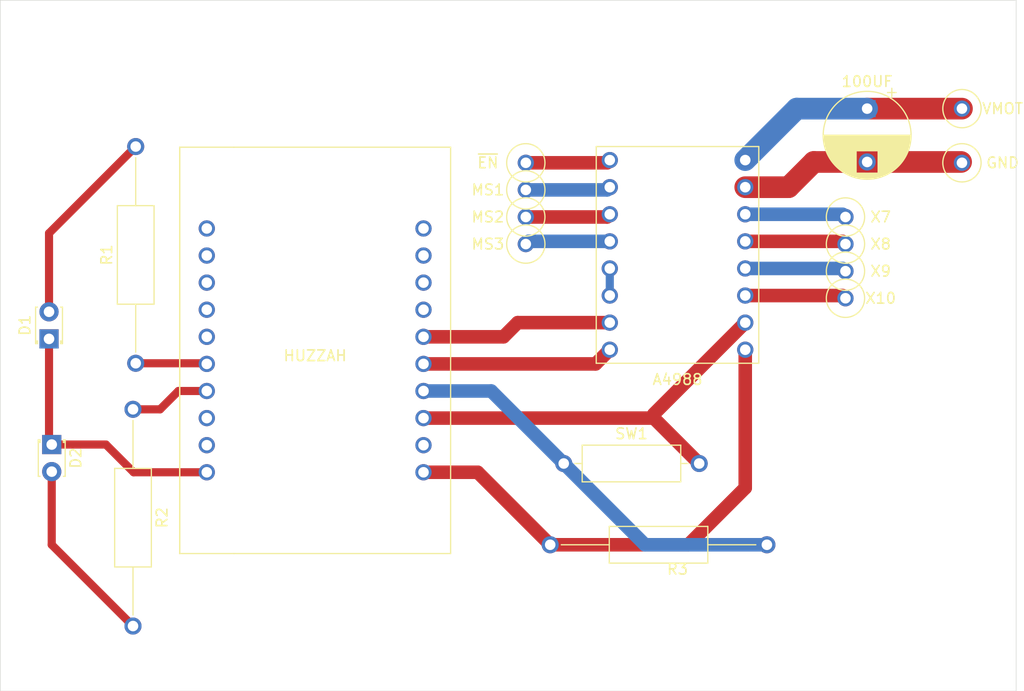
<source format=kicad_pcb>
(kicad_pcb (version 20171130) (host pcbnew "(5.1.10)-1")

  (general
    (thickness 1.6)
    (drawings 4)
    (tracks 59)
    (zones 0)
    (modules 19)
    (nets 34)
  )

  (page A4)
  (layers
    (0 F.Cu signal)
    (31 B.Cu signal)
    (32 B.Adhes user)
    (33 F.Adhes user)
    (34 B.Paste user)
    (35 F.Paste user)
    (36 B.SilkS user)
    (37 F.SilkS user)
    (38 B.Mask user)
    (39 F.Mask user)
    (40 Dwgs.User user)
    (41 Cmts.User user)
    (42 Eco1.User user)
    (43 Eco2.User user)
    (44 Edge.Cuts user)
    (45 Margin user)
    (46 B.CrtYd user)
    (47 F.CrtYd user)
    (48 B.Fab user)
    (49 F.Fab user)
  )

  (setup
    (last_trace_width 0.762)
    (user_trace_width 0.762)
    (trace_clearance 0.3048)
    (zone_clearance 0.508)
    (zone_45_only no)
    (trace_min 0.3048)
    (via_size 0.8)
    (via_drill 0.4)
    (via_min_size 0.4)
    (via_min_drill 0.3)
    (uvia_size 0.3)
    (uvia_drill 0.1)
    (uvias_allowed no)
    (uvia_min_size 0.2)
    (uvia_min_drill 0.1)
    (edge_width 0.05)
    (segment_width 0.2)
    (pcb_text_width 0.3)
    (pcb_text_size 1.5 1.5)
    (mod_edge_width 0.12)
    (mod_text_size 1 1)
    (mod_text_width 0.15)
    (pad_size 1.6 1.6)
    (pad_drill 0.9906)
    (pad_to_mask_clearance 0)
    (aux_axis_origin 0 0)
    (visible_elements FFFFFF7F)
    (pcbplotparams
      (layerselection 0x010fc_ffffffff)
      (usegerberextensions true)
      (usegerberattributes false)
      (usegerberadvancedattributes false)
      (creategerberjobfile false)
      (excludeedgelayer true)
      (linewidth 0.100000)
      (plotframeref false)
      (viasonmask false)
      (mode 1)
      (useauxorigin false)
      (hpglpennumber 1)
      (hpglpenspeed 20)
      (hpglpendiameter 15.000000)
      (psnegative false)
      (psa4output false)
      (plotreference true)
      (plotvalue true)
      (plotinvisibletext false)
      (padsonsilk false)
      (subtractmaskfromsilk false)
      (outputformat 1)
      (mirror false)
      (drillshape 0)
      (scaleselection 1)
      (outputdirectory ""))
  )

  (net 0 "")
  (net 1 "Net-(C1-Pad1)")
  (net 2 "Net-(C1-Pad2)")
  (net 3 "Net-(D1-Pad2)")
  (net 4 "Net-(D1-Pad1)")
  (net 5 "Net-(D2-Pad2)")
  (net 6 "Net-(R1-Pad1)")
  (net 7 "Net-(R2-Pad1)")
  (net 8 "Net-(R3-Pad1)")
  (net 9 "Net-(R3-Pad2)")
  (net 10 "Net-(SW1-Pad1)")
  (net 11 "Net-(U1-Pad1)")
  (net 12 "Net-(U1-Pad2)")
  (net 13 "Net-(U1-Pad3)")
  (net 14 "Net-(U1-Pad4)")
  (net 15 "Net-(U1-Pad5)")
  (net 16 "Net-(U1-Pad7)")
  (net 17 "Net-(U1-Pad8)")
  (net 18 "Net-(U1-Pad11)")
  (net 19 "Net-(U1-Pad12)")
  (net 20 "Net-(U1-Pad13)")
  (net 21 "Net-(U1-Pad14)")
  (net 22 "Net-(u1-Pad1)")
  (net 23 "Net-(u1-Pad2)")
  (net 24 "Net-(u1-Pad3)")
  (net 25 "Net-(u1-Pad4)")
  (net 26 "Net-(u1-Pad5)")
  (net 27 "Net-(u1-Pad8)")
  (net 28 "Net-(u1-Pad9)")
  (net 29 "Net-(u1-Pad18)")
  (net 30 "Net-(u1-Pad20)")
  (net 31 "Net-(u1-Pad19)")
  (net 32 "Net-(u1-Pad17)")
  (net 33 "Net-(u1-Pad12)")

  (net_class Default "This is the default net class."
    (clearance 0.3048)
    (trace_width 0.762)
    (via_dia 0.8)
    (via_drill 0.4)
    (uvia_dia 0.3)
    (uvia_drill 0.1)
    (add_net "Net-(C1-Pad1)")
    (add_net "Net-(C1-Pad2)")
    (add_net "Net-(D1-Pad1)")
    (add_net "Net-(D1-Pad2)")
    (add_net "Net-(D2-Pad2)")
    (add_net "Net-(R1-Pad1)")
    (add_net "Net-(R2-Pad1)")
    (add_net "Net-(R3-Pad1)")
    (add_net "Net-(R3-Pad2)")
    (add_net "Net-(SW1-Pad1)")
    (add_net "Net-(U1-Pad1)")
    (add_net "Net-(U1-Pad11)")
    (add_net "Net-(U1-Pad12)")
    (add_net "Net-(U1-Pad13)")
    (add_net "Net-(U1-Pad14)")
    (add_net "Net-(U1-Pad2)")
    (add_net "Net-(U1-Pad3)")
    (add_net "Net-(U1-Pad4)")
    (add_net "Net-(U1-Pad5)")
    (add_net "Net-(U1-Pad7)")
    (add_net "Net-(U1-Pad8)")
    (add_net "Net-(u1-Pad1)")
    (add_net "Net-(u1-Pad12)")
    (add_net "Net-(u1-Pad17)")
    (add_net "Net-(u1-Pad18)")
    (add_net "Net-(u1-Pad19)")
    (add_net "Net-(u1-Pad2)")
    (add_net "Net-(u1-Pad20)")
    (add_net "Net-(u1-Pad3)")
    (add_net "Net-(u1-Pad4)")
    (add_net "Net-(u1-Pad5)")
    (add_net "Net-(u1-Pad8)")
    (add_net "Net-(u1-Pad9)")
  )

  (module Capacitor_THT:CP_Radial_D8.0mm_P5.00mm (layer F.Cu) (tedit 6189DA09) (tstamp 618A019D)
    (at 176.53 68.58 270)
    (descr "CP, Radial series, Radial, pin pitch=5.00mm, , diameter=8mm, Electrolytic Capacitor")
    (tags "CP Radial series Radial pin pitch 5.00mm  diameter 8mm Electrolytic Capacitor")
    (path /618BE81B)
    (fp_text reference 100UF (at -2.54 0 180) (layer F.SilkS)
      (effects (font (size 1 1) (thickness 0.15)))
    )
    (fp_text value CP (at 2.5 5.25 90) (layer F.Fab)
      (effects (font (size 1 1) (thickness 0.15)))
    )
    (fp_line (start -1.509698 -2.715) (end -1.509698 -1.915) (layer F.SilkS) (width 0.12))
    (fp_line (start -1.909698 -2.315) (end -1.109698 -2.315) (layer F.SilkS) (width 0.12))
    (fp_line (start 6.581 -0.533) (end 6.581 0.533) (layer F.SilkS) (width 0.12))
    (fp_line (start 6.541 -0.768) (end 6.541 0.768) (layer F.SilkS) (width 0.12))
    (fp_line (start 6.501 -0.948) (end 6.501 0.948) (layer F.SilkS) (width 0.12))
    (fp_line (start 6.461 -1.098) (end 6.461 1.098) (layer F.SilkS) (width 0.12))
    (fp_line (start 6.421 -1.229) (end 6.421 1.229) (layer F.SilkS) (width 0.12))
    (fp_line (start 6.381 -1.346) (end 6.381 1.346) (layer F.SilkS) (width 0.12))
    (fp_line (start 6.341 -1.453) (end 6.341 1.453) (layer F.SilkS) (width 0.12))
    (fp_line (start 6.301 -1.552) (end 6.301 1.552) (layer F.SilkS) (width 0.12))
    (fp_line (start 6.261 -1.645) (end 6.261 1.645) (layer F.SilkS) (width 0.12))
    (fp_line (start 6.221 -1.731) (end 6.221 1.731) (layer F.SilkS) (width 0.12))
    (fp_line (start 6.181 -1.813) (end 6.181 1.813) (layer F.SilkS) (width 0.12))
    (fp_line (start 6.141 -1.89) (end 6.141 1.89) (layer F.SilkS) (width 0.12))
    (fp_line (start 6.101 -1.964) (end 6.101 1.964) (layer F.SilkS) (width 0.12))
    (fp_line (start 6.061 -2.034) (end 6.061 2.034) (layer F.SilkS) (width 0.12))
    (fp_line (start 6.021 1.04) (end 6.021 2.102) (layer F.SilkS) (width 0.12))
    (fp_line (start 6.021 -2.102) (end 6.021 -1.04) (layer F.SilkS) (width 0.12))
    (fp_line (start 5.981 1.04) (end 5.981 2.166) (layer F.SilkS) (width 0.12))
    (fp_line (start 5.981 -2.166) (end 5.981 -1.04) (layer F.SilkS) (width 0.12))
    (fp_line (start 5.941 1.04) (end 5.941 2.228) (layer F.SilkS) (width 0.12))
    (fp_line (start 5.941 -2.228) (end 5.941 -1.04) (layer F.SilkS) (width 0.12))
    (fp_line (start 5.901 1.04) (end 5.901 2.287) (layer F.SilkS) (width 0.12))
    (fp_line (start 5.901 -2.287) (end 5.901 -1.04) (layer F.SilkS) (width 0.12))
    (fp_line (start 5.861 1.04) (end 5.861 2.345) (layer F.SilkS) (width 0.12))
    (fp_line (start 5.861 -2.345) (end 5.861 -1.04) (layer F.SilkS) (width 0.12))
    (fp_line (start 5.821 1.04) (end 5.821 2.4) (layer F.SilkS) (width 0.12))
    (fp_line (start 5.821 -2.4) (end 5.821 -1.04) (layer F.SilkS) (width 0.12))
    (fp_line (start 5.781 1.04) (end 5.781 2.454) (layer F.SilkS) (width 0.12))
    (fp_line (start 5.781 -2.454) (end 5.781 -1.04) (layer F.SilkS) (width 0.12))
    (fp_line (start 5.741 1.04) (end 5.741 2.505) (layer F.SilkS) (width 0.12))
    (fp_line (start 5.741 -2.505) (end 5.741 -1.04) (layer F.SilkS) (width 0.12))
    (fp_line (start 5.701 1.04) (end 5.701 2.556) (layer F.SilkS) (width 0.12))
    (fp_line (start 5.701 -2.556) (end 5.701 -1.04) (layer F.SilkS) (width 0.12))
    (fp_line (start 5.661 1.04) (end 5.661 2.604) (layer F.SilkS) (width 0.12))
    (fp_line (start 5.661 -2.604) (end 5.661 -1.04) (layer F.SilkS) (width 0.12))
    (fp_line (start 5.621 1.04) (end 5.621 2.651) (layer F.SilkS) (width 0.12))
    (fp_line (start 5.621 -2.651) (end 5.621 -1.04) (layer F.SilkS) (width 0.12))
    (fp_line (start 5.581 1.04) (end 5.581 2.697) (layer F.SilkS) (width 0.12))
    (fp_line (start 5.581 -2.697) (end 5.581 -1.04) (layer F.SilkS) (width 0.12))
    (fp_line (start 5.541 1.04) (end 5.541 2.741) (layer F.SilkS) (width 0.12))
    (fp_line (start 5.541 -2.741) (end 5.541 -1.04) (layer F.SilkS) (width 0.12))
    (fp_line (start 5.501 1.04) (end 5.501 2.784) (layer F.SilkS) (width 0.12))
    (fp_line (start 5.501 -2.784) (end 5.501 -1.04) (layer F.SilkS) (width 0.12))
    (fp_line (start 5.461 1.04) (end 5.461 2.826) (layer F.SilkS) (width 0.12))
    (fp_line (start 5.461 -2.826) (end 5.461 -1.04) (layer F.SilkS) (width 0.12))
    (fp_line (start 5.421 1.04) (end 5.421 2.867) (layer F.SilkS) (width 0.12))
    (fp_line (start 5.421 -2.867) (end 5.421 -1.04) (layer F.SilkS) (width 0.12))
    (fp_line (start 5.381 1.04) (end 5.381 2.907) (layer F.SilkS) (width 0.12))
    (fp_line (start 5.381 -2.907) (end 5.381 -1.04) (layer F.SilkS) (width 0.12))
    (fp_line (start 5.341 1.04) (end 5.341 2.945) (layer F.SilkS) (width 0.12))
    (fp_line (start 5.341 -2.945) (end 5.341 -1.04) (layer F.SilkS) (width 0.12))
    (fp_line (start 5.301 1.04) (end 5.301 2.983) (layer F.SilkS) (width 0.12))
    (fp_line (start 5.301 -2.983) (end 5.301 -1.04) (layer F.SilkS) (width 0.12))
    (fp_line (start 5.261 1.04) (end 5.261 3.019) (layer F.SilkS) (width 0.12))
    (fp_line (start 5.261 -3.019) (end 5.261 -1.04) (layer F.SilkS) (width 0.12))
    (fp_line (start 5.221 1.04) (end 5.221 3.055) (layer F.SilkS) (width 0.12))
    (fp_line (start 5.221 -3.055) (end 5.221 -1.04) (layer F.SilkS) (width 0.12))
    (fp_line (start 5.181 1.04) (end 5.181 3.09) (layer F.SilkS) (width 0.12))
    (fp_line (start 5.181 -3.09) (end 5.181 -1.04) (layer F.SilkS) (width 0.12))
    (fp_line (start 5.141 1.04) (end 5.141 3.124) (layer F.SilkS) (width 0.12))
    (fp_line (start 5.141 -3.124) (end 5.141 -1.04) (layer F.SilkS) (width 0.12))
    (fp_line (start 5.101 1.04) (end 5.101 3.156) (layer F.SilkS) (width 0.12))
    (fp_line (start 5.101 -3.156) (end 5.101 -1.04) (layer F.SilkS) (width 0.12))
    (fp_line (start 5.061 1.04) (end 5.061 3.189) (layer F.SilkS) (width 0.12))
    (fp_line (start 5.061 -3.189) (end 5.061 -1.04) (layer F.SilkS) (width 0.12))
    (fp_line (start 5.021 1.04) (end 5.021 3.22) (layer F.SilkS) (width 0.12))
    (fp_line (start 5.021 -3.22) (end 5.021 -1.04) (layer F.SilkS) (width 0.12))
    (fp_line (start 4.981 1.04) (end 4.981 3.25) (layer F.SilkS) (width 0.12))
    (fp_line (start 4.981 -3.25) (end 4.981 -1.04) (layer F.SilkS) (width 0.12))
    (fp_line (start 4.941 1.04) (end 4.941 3.28) (layer F.SilkS) (width 0.12))
    (fp_line (start 4.941 -3.28) (end 4.941 -1.04) (layer F.SilkS) (width 0.12))
    (fp_line (start 4.901 1.04) (end 4.901 3.309) (layer F.SilkS) (width 0.12))
    (fp_line (start 4.901 -3.309) (end 4.901 -1.04) (layer F.SilkS) (width 0.12))
    (fp_line (start 4.861 1.04) (end 4.861 3.338) (layer F.SilkS) (width 0.12))
    (fp_line (start 4.861 -3.338) (end 4.861 -1.04) (layer F.SilkS) (width 0.12))
    (fp_line (start 4.821 1.04) (end 4.821 3.365) (layer F.SilkS) (width 0.12))
    (fp_line (start 4.821 -3.365) (end 4.821 -1.04) (layer F.SilkS) (width 0.12))
    (fp_line (start 4.781 1.04) (end 4.781 3.392) (layer F.SilkS) (width 0.12))
    (fp_line (start 4.781 -3.392) (end 4.781 -1.04) (layer F.SilkS) (width 0.12))
    (fp_line (start 4.741 1.04) (end 4.741 3.418) (layer F.SilkS) (width 0.12))
    (fp_line (start 4.741 -3.418) (end 4.741 -1.04) (layer F.SilkS) (width 0.12))
    (fp_line (start 4.701 1.04) (end 4.701 3.444) (layer F.SilkS) (width 0.12))
    (fp_line (start 4.701 -3.444) (end 4.701 -1.04) (layer F.SilkS) (width 0.12))
    (fp_line (start 4.661 1.04) (end 4.661 3.469) (layer F.SilkS) (width 0.12))
    (fp_line (start 4.661 -3.469) (end 4.661 -1.04) (layer F.SilkS) (width 0.12))
    (fp_line (start 4.621 1.04) (end 4.621 3.493) (layer F.SilkS) (width 0.12))
    (fp_line (start 4.621 -3.493) (end 4.621 -1.04) (layer F.SilkS) (width 0.12))
    (fp_line (start 4.581 1.04) (end 4.581 3.517) (layer F.SilkS) (width 0.12))
    (fp_line (start 4.581 -3.517) (end 4.581 -1.04) (layer F.SilkS) (width 0.12))
    (fp_line (start 4.541 1.04) (end 4.541 3.54) (layer F.SilkS) (width 0.12))
    (fp_line (start 4.541 -3.54) (end 4.541 -1.04) (layer F.SilkS) (width 0.12))
    (fp_line (start 4.501 1.04) (end 4.501 3.562) (layer F.SilkS) (width 0.12))
    (fp_line (start 4.501 -3.562) (end 4.501 -1.04) (layer F.SilkS) (width 0.12))
    (fp_line (start 4.461 1.04) (end 4.461 3.584) (layer F.SilkS) (width 0.12))
    (fp_line (start 4.461 -3.584) (end 4.461 -1.04) (layer F.SilkS) (width 0.12))
    (fp_line (start 4.421 1.04) (end 4.421 3.606) (layer F.SilkS) (width 0.12))
    (fp_line (start 4.421 -3.606) (end 4.421 -1.04) (layer F.SilkS) (width 0.12))
    (fp_line (start 4.381 1.04) (end 4.381 3.627) (layer F.SilkS) (width 0.12))
    (fp_line (start 4.381 -3.627) (end 4.381 -1.04) (layer F.SilkS) (width 0.12))
    (fp_line (start 4.341 1.04) (end 4.341 3.647) (layer F.SilkS) (width 0.12))
    (fp_line (start 4.341 -3.647) (end 4.341 -1.04) (layer F.SilkS) (width 0.12))
    (fp_line (start 4.301 1.04) (end 4.301 3.666) (layer F.SilkS) (width 0.12))
    (fp_line (start 4.301 -3.666) (end 4.301 -1.04) (layer F.SilkS) (width 0.12))
    (fp_line (start 4.261 1.04) (end 4.261 3.686) (layer F.SilkS) (width 0.12))
    (fp_line (start 4.261 -3.686) (end 4.261 -1.04) (layer F.SilkS) (width 0.12))
    (fp_line (start 4.221 1.04) (end 4.221 3.704) (layer F.SilkS) (width 0.12))
    (fp_line (start 4.221 -3.704) (end 4.221 -1.04) (layer F.SilkS) (width 0.12))
    (fp_line (start 4.181 1.04) (end 4.181 3.722) (layer F.SilkS) (width 0.12))
    (fp_line (start 4.181 -3.722) (end 4.181 -1.04) (layer F.SilkS) (width 0.12))
    (fp_line (start 4.141 1.04) (end 4.141 3.74) (layer F.SilkS) (width 0.12))
    (fp_line (start 4.141 -3.74) (end 4.141 -1.04) (layer F.SilkS) (width 0.12))
    (fp_line (start 4.101 1.04) (end 4.101 3.757) (layer F.SilkS) (width 0.12))
    (fp_line (start 4.101 -3.757) (end 4.101 -1.04) (layer F.SilkS) (width 0.12))
    (fp_line (start 4.061 1.04) (end 4.061 3.774) (layer F.SilkS) (width 0.12))
    (fp_line (start 4.061 -3.774) (end 4.061 -1.04) (layer F.SilkS) (width 0.12))
    (fp_line (start 4.021 1.04) (end 4.021 3.79) (layer F.SilkS) (width 0.12))
    (fp_line (start 4.021 -3.79) (end 4.021 -1.04) (layer F.SilkS) (width 0.12))
    (fp_line (start 3.981 1.04) (end 3.981 3.805) (layer F.SilkS) (width 0.12))
    (fp_line (start 3.981 -3.805) (end 3.981 -1.04) (layer F.SilkS) (width 0.12))
    (fp_line (start 3.941 -3.821) (end 3.941 3.821) (layer F.SilkS) (width 0.12))
    (fp_line (start 3.901 -3.835) (end 3.901 3.835) (layer F.SilkS) (width 0.12))
    (fp_line (start 3.861 -3.85) (end 3.861 3.85) (layer F.SilkS) (width 0.12))
    (fp_line (start 3.821 -3.863) (end 3.821 3.863) (layer F.SilkS) (width 0.12))
    (fp_line (start 3.781 -3.877) (end 3.781 3.877) (layer F.SilkS) (width 0.12))
    (fp_line (start 3.741 -3.889) (end 3.741 3.889) (layer F.SilkS) (width 0.12))
    (fp_line (start 3.701 -3.902) (end 3.701 3.902) (layer F.SilkS) (width 0.12))
    (fp_line (start 3.661 -3.914) (end 3.661 3.914) (layer F.SilkS) (width 0.12))
    (fp_line (start 3.621 -3.925) (end 3.621 3.925) (layer F.SilkS) (width 0.12))
    (fp_line (start 3.581 -3.936) (end 3.581 3.936) (layer F.SilkS) (width 0.12))
    (fp_line (start 3.541 -3.947) (end 3.541 3.947) (layer F.SilkS) (width 0.12))
    (fp_line (start 3.501 -3.957) (end 3.501 3.957) (layer F.SilkS) (width 0.12))
    (fp_line (start 3.461 -3.967) (end 3.461 3.967) (layer F.SilkS) (width 0.12))
    (fp_line (start 3.421 -3.976) (end 3.421 3.976) (layer F.SilkS) (width 0.12))
    (fp_line (start 3.381 -3.985) (end 3.381 3.985) (layer F.SilkS) (width 0.12))
    (fp_line (start 3.341 -3.994) (end 3.341 3.994) (layer F.SilkS) (width 0.12))
    (fp_line (start 3.301 -4.002) (end 3.301 4.002) (layer F.SilkS) (width 0.12))
    (fp_line (start 3.261 -4.01) (end 3.261 4.01) (layer F.SilkS) (width 0.12))
    (fp_line (start 3.221 -4.017) (end 3.221 4.017) (layer F.SilkS) (width 0.12))
    (fp_line (start 3.18 -4.024) (end 3.18 4.024) (layer F.SilkS) (width 0.12))
    (fp_line (start 3.14 -4.03) (end 3.14 4.03) (layer F.SilkS) (width 0.12))
    (fp_line (start 3.1 -4.037) (end 3.1 4.037) (layer F.SilkS) (width 0.12))
    (fp_line (start 3.06 -4.042) (end 3.06 4.042) (layer F.SilkS) (width 0.12))
    (fp_line (start 3.02 -4.048) (end 3.02 4.048) (layer F.SilkS) (width 0.12))
    (fp_line (start 2.98 -4.052) (end 2.98 4.052) (layer F.SilkS) (width 0.12))
    (fp_line (start 2.94 -4.057) (end 2.94 4.057) (layer F.SilkS) (width 0.12))
    (fp_line (start 2.9 -4.061) (end 2.9 4.061) (layer F.SilkS) (width 0.12))
    (fp_line (start 2.86 -4.065) (end 2.86 4.065) (layer F.SilkS) (width 0.12))
    (fp_line (start 2.82 -4.068) (end 2.82 4.068) (layer F.SilkS) (width 0.12))
    (fp_line (start 2.78 -4.071) (end 2.78 4.071) (layer F.SilkS) (width 0.12))
    (fp_line (start 2.74 -4.074) (end 2.74 4.074) (layer F.SilkS) (width 0.12))
    (fp_line (start 2.7 -4.076) (end 2.7 4.076) (layer F.SilkS) (width 0.12))
    (fp_line (start 2.66 -4.077) (end 2.66 4.077) (layer F.SilkS) (width 0.12))
    (fp_line (start 2.62 -4.079) (end 2.62 4.079) (layer F.SilkS) (width 0.12))
    (fp_line (start 2.58 -4.08) (end 2.58 4.08) (layer F.SilkS) (width 0.12))
    (fp_line (start 2.54 -4.08) (end 2.54 4.08) (layer F.SilkS) (width 0.12))
    (fp_line (start 2.5 -4.08) (end 2.5 4.08) (layer F.SilkS) (width 0.12))
    (fp_line (start -0.526759 -2.1475) (end -0.526759 -1.3475) (layer F.Fab) (width 0.1))
    (fp_line (start -0.926759 -1.7475) (end -0.126759 -1.7475) (layer F.Fab) (width 0.1))
    (fp_circle (center 2.5 0) (end 6.75 0) (layer F.CrtYd) (width 0.05))
    (fp_circle (center 2.5 0) (end 6.62 0) (layer F.SilkS) (width 0.12))
    (fp_circle (center 2.5 0) (end 6.5 0) (layer F.Fab) (width 0.1))
    (fp_text user %R (at 2.5 0 90) (layer F.Fab)
      (effects (font (size 1 1) (thickness 0.15)))
    )
    (pad 1 thru_hole rect (at 0 0 270) (size 1.6 1.6) (drill 0.9906) (layers *.Cu *.Mask)
      (net 1 "Net-(C1-Pad1)"))
    (pad 2 thru_hole circle (at 5 0 270) (size 1.6 1.6) (drill 0.9906) (layers *.Cu *.Mask)
      (net 2 "Net-(C1-Pad2)"))
    (model ${KISYS3DMOD}/Capacitor_THT.3dshapes/CP_Radial_D8.0mm_P5.00mm.wrl
      (at (xyz 0 0 0))
      (scale (xyz 1 1 1))
      (rotate (xyz 0 0 0))
    )
  )

  (module LED_THT:LED_D1.8mm_W3.3mm_H2.4mm (layer F.Cu) (tedit 6189DA2F) (tstamp 618A01B6)
    (at 99.822 90.17 90)
    (descr "LED, Round,  Rectangular size 3.3x2.4mm^2 diameter 1.8mm, 2 pins")
    (tags "LED Round  Rectangular size 3.3x2.4mm^2 diameter 1.8mm 2 pins")
    (path /618AC522)
    (fp_text reference D1 (at 1.27 -2.26 90) (layer F.SilkS)
      (effects (font (size 1 1) (thickness 0.15)))
    )
    (fp_text value LED (at 1.27 2.26 90) (layer F.Fab)
      (effects (font (size 1 1) (thickness 0.15)))
    )
    (fp_circle (center 1.27 0) (end 2.17 0) (layer F.Fab) (width 0.1))
    (fp_line (start -0.38 -1.2) (end -0.38 1.2) (layer F.Fab) (width 0.1))
    (fp_line (start -0.38 1.2) (end 2.92 1.2) (layer F.Fab) (width 0.1))
    (fp_line (start 2.92 1.2) (end 2.92 -1.2) (layer F.Fab) (width 0.1))
    (fp_line (start 2.92 -1.2) (end -0.38 -1.2) (layer F.Fab) (width 0.1))
    (fp_line (start -0.44 -1.26) (end 2.98 -1.26) (layer F.SilkS) (width 0.12))
    (fp_line (start -0.44 1.26) (end 2.98 1.26) (layer F.SilkS) (width 0.12))
    (fp_line (start -0.44 -1.26) (end -0.44 -1.08) (layer F.SilkS) (width 0.12))
    (fp_line (start -0.44 1.08) (end -0.44 1.26) (layer F.SilkS) (width 0.12))
    (fp_line (start 2.98 -1.26) (end 2.98 -1.095) (layer F.SilkS) (width 0.12))
    (fp_line (start 2.98 1.095) (end 2.98 1.26) (layer F.SilkS) (width 0.12))
    (fp_line (start -0.32 -1.26) (end -0.32 -1.08) (layer F.SilkS) (width 0.12))
    (fp_line (start -0.32 1.08) (end -0.32 1.26) (layer F.SilkS) (width 0.12))
    (fp_line (start -0.2 -1.26) (end -0.2 -1.08) (layer F.SilkS) (width 0.12))
    (fp_line (start -0.2 1.08) (end -0.2 1.26) (layer F.SilkS) (width 0.12))
    (fp_line (start -1.15 -1.55) (end -1.15 1.55) (layer F.CrtYd) (width 0.05))
    (fp_line (start -1.15 1.55) (end 3.7 1.55) (layer F.CrtYd) (width 0.05))
    (fp_line (start 3.7 1.55) (end 3.7 -1.55) (layer F.CrtYd) (width 0.05))
    (fp_line (start 3.7 -1.55) (end -1.15 -1.55) (layer F.CrtYd) (width 0.05))
    (pad 2 thru_hole circle (at 2.54 0 90) (size 1.8 1.8) (drill 0.9906) (layers *.Cu *.Mask)
      (net 3 "Net-(D1-Pad2)"))
    (pad 1 thru_hole rect (at 0 0 90) (size 1.8 1.8) (drill 0.9906) (layers *.Cu *.Mask)
      (net 4 "Net-(D1-Pad1)"))
    (model ${KISYS3DMOD}/LED_THT.3dshapes/LED_D1.8mm_W3.3mm_H2.4mm.wrl
      (at (xyz 0 0 0))
      (scale (xyz 1 1 1))
      (rotate (xyz 0 0 0))
    )
  )

  (module LED_THT:LED_D1.8mm_W3.3mm_H2.4mm (layer F.Cu) (tedit 6189DA37) (tstamp 618A01CF)
    (at 100.076 100.076 270)
    (descr "LED, Round,  Rectangular size 3.3x2.4mm^2 diameter 1.8mm, 2 pins")
    (tags "LED Round  Rectangular size 3.3x2.4mm^2 diameter 1.8mm 2 pins")
    (path /618AD134)
    (fp_text reference D2 (at 1.27 -2.26 90) (layer F.SilkS)
      (effects (font (size 1 1) (thickness 0.15)))
    )
    (fp_text value LED (at 1.27 2.26 90) (layer F.Fab)
      (effects (font (size 1 1) (thickness 0.15)))
    )
    (fp_line (start 3.7 -1.55) (end -1.15 -1.55) (layer F.CrtYd) (width 0.05))
    (fp_line (start 3.7 1.55) (end 3.7 -1.55) (layer F.CrtYd) (width 0.05))
    (fp_line (start -1.15 1.55) (end 3.7 1.55) (layer F.CrtYd) (width 0.05))
    (fp_line (start -1.15 -1.55) (end -1.15 1.55) (layer F.CrtYd) (width 0.05))
    (fp_line (start -0.2 1.08) (end -0.2 1.26) (layer F.SilkS) (width 0.12))
    (fp_line (start -0.2 -1.26) (end -0.2 -1.08) (layer F.SilkS) (width 0.12))
    (fp_line (start -0.32 1.08) (end -0.32 1.26) (layer F.SilkS) (width 0.12))
    (fp_line (start -0.32 -1.26) (end -0.32 -1.08) (layer F.SilkS) (width 0.12))
    (fp_line (start 2.98 1.095) (end 2.98 1.26) (layer F.SilkS) (width 0.12))
    (fp_line (start 2.98 -1.26) (end 2.98 -1.095) (layer F.SilkS) (width 0.12))
    (fp_line (start -0.44 1.08) (end -0.44 1.26) (layer F.SilkS) (width 0.12))
    (fp_line (start -0.44 -1.26) (end -0.44 -1.08) (layer F.SilkS) (width 0.12))
    (fp_line (start -0.44 1.26) (end 2.98 1.26) (layer F.SilkS) (width 0.12))
    (fp_line (start -0.44 -1.26) (end 2.98 -1.26) (layer F.SilkS) (width 0.12))
    (fp_line (start 2.92 -1.2) (end -0.38 -1.2) (layer F.Fab) (width 0.1))
    (fp_line (start 2.92 1.2) (end 2.92 -1.2) (layer F.Fab) (width 0.1))
    (fp_line (start -0.38 1.2) (end 2.92 1.2) (layer F.Fab) (width 0.1))
    (fp_line (start -0.38 -1.2) (end -0.38 1.2) (layer F.Fab) (width 0.1))
    (fp_circle (center 1.27 0) (end 2.17 0) (layer F.Fab) (width 0.1))
    (pad 1 thru_hole rect (at 0 0 270) (size 1.8 1.8) (drill 0.9906) (layers *.Cu *.Mask)
      (net 4 "Net-(D1-Pad1)"))
    (pad 2 thru_hole circle (at 2.54 0 270) (size 1.8 1.8) (drill 0.9906) (layers *.Cu *.Mask)
      (net 5 "Net-(D2-Pad2)"))
    (model ${KISYS3DMOD}/LED_THT.3dshapes/LED_D1.8mm_W3.3mm_H2.4mm.wrl
      (at (xyz 0 0 0))
      (scale (xyz 1 1 1))
      (rotate (xyz 0 0 0))
    )
  )

  (module Resistor_THT:R_Axial_DIN0309_L9.0mm_D3.2mm_P20.32mm_Horizontal (layer F.Cu) (tedit 6189DAF1) (tstamp 618A01E6)
    (at 107.95 92.456 90)
    (descr "Resistor, Axial_DIN0309 series, Axial, Horizontal, pin pitch=20.32mm, 0.5W = 1/2W, length*diameter=9*3.2mm^2, http://cdn-reichelt.de/documents/datenblatt/B400/1_4W%23YAG.pdf")
    (tags "Resistor Axial_DIN0309 series Axial Horizontal pin pitch 20.32mm 0.5W = 1/2W length 9mm diameter 3.2mm")
    (path /618AB6A9)
    (fp_text reference R1 (at 10.16 -2.72 90) (layer F.SilkS)
      (effects (font (size 1 1) (thickness 0.15)))
    )
    (fp_text value R (at 10.16 2.72 90) (layer F.Fab)
      (effects (font (size 1 1) (thickness 0.15)))
    )
    (fp_line (start 21.37 -1.85) (end -1.05 -1.85) (layer F.CrtYd) (width 0.05))
    (fp_line (start 21.37 1.85) (end 21.37 -1.85) (layer F.CrtYd) (width 0.05))
    (fp_line (start -1.05 1.85) (end 21.37 1.85) (layer F.CrtYd) (width 0.05))
    (fp_line (start -1.05 -1.85) (end -1.05 1.85) (layer F.CrtYd) (width 0.05))
    (fp_line (start 19.28 0) (end 14.78 0) (layer F.SilkS) (width 0.12))
    (fp_line (start 1.04 0) (end 5.54 0) (layer F.SilkS) (width 0.12))
    (fp_line (start 14.78 -1.72) (end 5.54 -1.72) (layer F.SilkS) (width 0.12))
    (fp_line (start 14.78 1.72) (end 14.78 -1.72) (layer F.SilkS) (width 0.12))
    (fp_line (start 5.54 1.72) (end 14.78 1.72) (layer F.SilkS) (width 0.12))
    (fp_line (start 5.54 -1.72) (end 5.54 1.72) (layer F.SilkS) (width 0.12))
    (fp_line (start 20.32 0) (end 14.66 0) (layer F.Fab) (width 0.1))
    (fp_line (start 0 0) (end 5.66 0) (layer F.Fab) (width 0.1))
    (fp_line (start 14.66 -1.6) (end 5.66 -1.6) (layer F.Fab) (width 0.1))
    (fp_line (start 14.66 1.6) (end 14.66 -1.6) (layer F.Fab) (width 0.1))
    (fp_line (start 5.66 1.6) (end 14.66 1.6) (layer F.Fab) (width 0.1))
    (fp_line (start 5.66 -1.6) (end 5.66 1.6) (layer F.Fab) (width 0.1))
    (fp_text user %R (at 10.16 0 90) (layer F.Fab)
      (effects (font (size 1 1) (thickness 0.15)))
    )
    (pad 1 thru_hole circle (at 0 0 90) (size 1.6 1.6) (drill 0.9906) (layers *.Cu *.Mask)
      (net 6 "Net-(R1-Pad1)"))
    (pad 2 thru_hole oval (at 20.32 0 90) (size 1.6 1.6) (drill 0.9906) (layers *.Cu *.Mask)
      (net 3 "Net-(D1-Pad2)"))
    (model ${KISYS3DMOD}/Resistor_THT.3dshapes/R_Axial_DIN0309_L9.0mm_D3.2mm_P20.32mm_Horizontal.wrl
      (at (xyz 0 0 0))
      (scale (xyz 1 1 1))
      (rotate (xyz 0 0 0))
    )
  )

  (module Resistor_THT:R_Axial_DIN0309_L9.0mm_D3.2mm_P20.32mm_Horizontal (layer F.Cu) (tedit 6189DA23) (tstamp 618A01FD)
    (at 107.696 96.774 270)
    (descr "Resistor, Axial_DIN0309 series, Axial, Horizontal, pin pitch=20.32mm, 0.5W = 1/2W, length*diameter=9*3.2mm^2, http://cdn-reichelt.de/documents/datenblatt/B400/1_4W%23YAG.pdf")
    (tags "Resistor Axial_DIN0309 series Axial Horizontal pin pitch 20.32mm 0.5W = 1/2W length 9mm diameter 3.2mm")
    (path /618ABD6F)
    (fp_text reference R2 (at 10.16 -2.72 90) (layer F.SilkS)
      (effects (font (size 1 1) (thickness 0.15)))
    )
    (fp_text value R (at 10.16 2.72 90) (layer F.Fab)
      (effects (font (size 1 1) (thickness 0.15)))
    )
    (fp_text user %R (at 10.16 0 90) (layer F.Fab)
      (effects (font (size 1 1) (thickness 0.15)))
    )
    (fp_line (start 5.66 -1.6) (end 5.66 1.6) (layer F.Fab) (width 0.1))
    (fp_line (start 5.66 1.6) (end 14.66 1.6) (layer F.Fab) (width 0.1))
    (fp_line (start 14.66 1.6) (end 14.66 -1.6) (layer F.Fab) (width 0.1))
    (fp_line (start 14.66 -1.6) (end 5.66 -1.6) (layer F.Fab) (width 0.1))
    (fp_line (start 0 0) (end 5.66 0) (layer F.Fab) (width 0.1))
    (fp_line (start 20.32 0) (end 14.66 0) (layer F.Fab) (width 0.1))
    (fp_line (start 5.54 -1.72) (end 5.54 1.72) (layer F.SilkS) (width 0.12))
    (fp_line (start 5.54 1.72) (end 14.78 1.72) (layer F.SilkS) (width 0.12))
    (fp_line (start 14.78 1.72) (end 14.78 -1.72) (layer F.SilkS) (width 0.12))
    (fp_line (start 14.78 -1.72) (end 5.54 -1.72) (layer F.SilkS) (width 0.12))
    (fp_line (start 1.04 0) (end 5.54 0) (layer F.SilkS) (width 0.12))
    (fp_line (start 19.28 0) (end 14.78 0) (layer F.SilkS) (width 0.12))
    (fp_line (start -1.05 -1.85) (end -1.05 1.85) (layer F.CrtYd) (width 0.05))
    (fp_line (start -1.05 1.85) (end 21.37 1.85) (layer F.CrtYd) (width 0.05))
    (fp_line (start 21.37 1.85) (end 21.37 -1.85) (layer F.CrtYd) (width 0.05))
    (fp_line (start 21.37 -1.85) (end -1.05 -1.85) (layer F.CrtYd) (width 0.05))
    (pad 2 thru_hole oval (at 20.32 0 270) (size 1.6 1.6) (drill 0.9906) (layers *.Cu *.Mask)
      (net 5 "Net-(D2-Pad2)"))
    (pad 1 thru_hole circle (at 0 0 270) (size 1.6 1.6) (drill 0.9906) (layers *.Cu *.Mask)
      (net 7 "Net-(R2-Pad1)"))
    (model ${KISYS3DMOD}/Resistor_THT.3dshapes/R_Axial_DIN0309_L9.0mm_D3.2mm_P20.32mm_Horizontal.wrl
      (at (xyz 0 0 0))
      (scale (xyz 1 1 1))
      (rotate (xyz 0 0 0))
    )
  )

  (module Resistor_THT:R_Axial_DIN0309_L9.0mm_D3.2mm_P20.32mm_Horizontal (layer F.Cu) (tedit 6189DA19) (tstamp 618A0214)
    (at 146.812 109.474)
    (descr "Resistor, Axial_DIN0309 series, Axial, Horizontal, pin pitch=20.32mm, 0.5W = 1/2W, length*diameter=9*3.2mm^2, http://cdn-reichelt.de/documents/datenblatt/B400/1_4W%23YAG.pdf")
    (tags "Resistor Axial_DIN0309 series Axial Horizontal pin pitch 20.32mm 0.5W = 1/2W length 9mm diameter 3.2mm")
    (path /618AE0FF)
    (fp_text reference R3 (at 11.938 2.286) (layer F.SilkS)
      (effects (font (size 1 1) (thickness 0.15)))
    )
    (fp_text value R (at 10.16 2.72) (layer F.Fab)
      (effects (font (size 1 1) (thickness 0.15)))
    )
    (fp_line (start 21.37 -1.85) (end -1.05 -1.85) (layer F.CrtYd) (width 0.05))
    (fp_line (start 21.37 1.85) (end 21.37 -1.85) (layer F.CrtYd) (width 0.05))
    (fp_line (start -1.05 1.85) (end 21.37 1.85) (layer F.CrtYd) (width 0.05))
    (fp_line (start -1.05 -1.85) (end -1.05 1.85) (layer F.CrtYd) (width 0.05))
    (fp_line (start 19.28 0) (end 14.78 0) (layer F.SilkS) (width 0.12))
    (fp_line (start 1.04 0) (end 5.54 0) (layer F.SilkS) (width 0.12))
    (fp_line (start 14.78 -1.72) (end 5.54 -1.72) (layer F.SilkS) (width 0.12))
    (fp_line (start 14.78 1.72) (end 14.78 -1.72) (layer F.SilkS) (width 0.12))
    (fp_line (start 5.54 1.72) (end 14.78 1.72) (layer F.SilkS) (width 0.12))
    (fp_line (start 5.54 -1.72) (end 5.54 1.72) (layer F.SilkS) (width 0.12))
    (fp_line (start 20.32 0) (end 14.66 0) (layer F.Fab) (width 0.1))
    (fp_line (start 0 0) (end 5.66 0) (layer F.Fab) (width 0.1))
    (fp_line (start 14.66 -1.6) (end 5.66 -1.6) (layer F.Fab) (width 0.1))
    (fp_line (start 14.66 1.6) (end 14.66 -1.6) (layer F.Fab) (width 0.1))
    (fp_line (start 5.66 1.6) (end 14.66 1.6) (layer F.Fab) (width 0.1))
    (fp_line (start 5.66 -1.6) (end 5.66 1.6) (layer F.Fab) (width 0.1))
    (fp_text user %R (at 10.16 0) (layer F.Fab)
      (effects (font (size 1 1) (thickness 0.15)))
    )
    (pad 1 thru_hole circle (at 0 0) (size 1.6 1.6) (drill 0.9906) (layers *.Cu *.Mask)
      (net 8 "Net-(R3-Pad1)"))
    (pad 2 thru_hole oval (at 20.32 0) (size 1.6 1.6) (drill 0.9906) (layers *.Cu *.Mask)
      (net 9 "Net-(R3-Pad2)"))
    (model ${KISYS3DMOD}/Resistor_THT.3dshapes/R_Axial_DIN0309_L9.0mm_D3.2mm_P20.32mm_Horizontal.wrl
      (at (xyz 0 0 0))
      (scale (xyz 1 1 1))
      (rotate (xyz 0 0 0))
    )
  )

  (module Resistor_THT:R_Axial_DIN0309_L9.0mm_D3.2mm_P12.70mm_Horizontal (layer F.Cu) (tedit 6189DA11) (tstamp 618A022B)
    (at 160.782 101.854 180)
    (descr "Resistor, Axial_DIN0309 series, Axial, Horizontal, pin pitch=12.7mm, 0.5W = 1/2W, length*diameter=9*3.2mm^2, http://cdn-reichelt.de/documents/datenblatt/B400/1_4W%23YAG.pdf")
    (tags "Resistor Axial_DIN0309 series Axial Horizontal pin pitch 12.7mm 0.5W = 1/2W length 9mm diameter 3.2mm")
    (path /618AD8F0)
    (fp_text reference SW1 (at 6.35 2.794) (layer F.SilkS)
      (effects (font (size 1 1) (thickness 0.15)))
    )
    (fp_text value SW_Push (at 5.842 -2.286) (layer F.Fab)
      (effects (font (size 1 1) (thickness 0.15)))
    )
    (fp_line (start 13.75 -1.85) (end -1.05 -1.85) (layer F.CrtYd) (width 0.05))
    (fp_line (start 13.75 1.85) (end 13.75 -1.85) (layer F.CrtYd) (width 0.05))
    (fp_line (start -1.05 1.85) (end 13.75 1.85) (layer F.CrtYd) (width 0.05))
    (fp_line (start -1.05 -1.85) (end -1.05 1.85) (layer F.CrtYd) (width 0.05))
    (fp_line (start 11.66 0) (end 10.97 0) (layer F.SilkS) (width 0.12))
    (fp_line (start 1.04 0) (end 1.73 0) (layer F.SilkS) (width 0.12))
    (fp_line (start 10.97 -1.72) (end 1.73 -1.72) (layer F.SilkS) (width 0.12))
    (fp_line (start 10.97 1.72) (end 10.97 -1.72) (layer F.SilkS) (width 0.12))
    (fp_line (start 1.73 1.72) (end 10.97 1.72) (layer F.SilkS) (width 0.12))
    (fp_line (start 1.73 -1.72) (end 1.73 1.72) (layer F.SilkS) (width 0.12))
    (fp_line (start 12.7 0) (end 10.85 0) (layer F.Fab) (width 0.1))
    (fp_line (start 0 0) (end 1.85 0) (layer F.Fab) (width 0.1))
    (fp_line (start 10.85 -1.6) (end 1.85 -1.6) (layer F.Fab) (width 0.1))
    (fp_line (start 10.85 1.6) (end 10.85 -1.6) (layer F.Fab) (width 0.1))
    (fp_line (start 1.85 1.6) (end 10.85 1.6) (layer F.Fab) (width 0.1))
    (fp_line (start 1.85 -1.6) (end 1.85 1.6) (layer F.Fab) (width 0.1))
    (fp_text user %R (at 6.35 0 180) (layer F.Fab)
      (effects (font (size 1 1) (thickness 0.15)))
    )
    (pad 1 thru_hole circle (at 0 0 180) (size 1.6 1.6) (drill 0.9906) (layers *.Cu *.Mask)
      (net 10 "Net-(SW1-Pad1)"))
    (pad 2 thru_hole oval (at 12.7 0 180) (size 1.6 1.6) (drill 0.9906) (layers *.Cu *.Mask)
      (net 9 "Net-(R3-Pad2)"))
    (model ${KISYS3DMOD}/Resistor_THT.3dshapes/R_Axial_DIN0309_L9.0mm_D3.2mm_P12.70mm_Horizontal.wrl
      (at (xyz 0 0 0))
      (scale (xyz 1 1 1))
      (rotate (xyz 0 0 0))
    )
  )

  (module SharedLib:a4988_foot (layer F.Cu) (tedit 6189D009) (tstamp 618A0243)
    (at 158.75 82.296)
    (path /618B2FF0)
    (fp_text reference A4988 (at 0 11.684) (layer F.SilkS)
      (effects (font (size 1 1) (thickness 0.15)))
    )
    (fp_text value A4988 (at 0 -11.43) (layer F.Fab)
      (effects (font (size 1 1) (thickness 0.15)))
    )
    (fp_line (start -7.62 10.16) (end -7.62 -10.16) (layer F.SilkS) (width 0.12))
    (fp_line (start 7.62 10.16) (end -7.62 10.16) (layer F.SilkS) (width 0.12))
    (fp_line (start 7.62 -10.16) (end 7.62 10.16) (layer F.SilkS) (width 0.12))
    (fp_line (start -7.62 -10.16) (end 7.62 -10.16) (layer F.SilkS) (width 0.12))
    (pad 1 thru_hole circle (at -6.35 -8.89) (size 1.524 1.524) (drill 0.9906) (layers *.Cu *.Mask)
      (net 11 "Net-(U1-Pad1)"))
    (pad 2 thru_hole circle (at -6.35 -6.35) (size 1.524 1.524) (drill 0.9906) (layers *.Cu *.Mask)
      (net 12 "Net-(U1-Pad2)"))
    (pad 3 thru_hole circle (at -6.35 -3.81) (size 1.524 1.524) (drill 0.9906) (layers *.Cu *.Mask)
      (net 13 "Net-(U1-Pad3)"))
    (pad 4 thru_hole circle (at -6.35 -1.27) (size 1.524 1.524) (drill 0.9906) (layers *.Cu *.Mask)
      (net 14 "Net-(U1-Pad4)"))
    (pad 5 thru_hole circle (at -6.35 1.27) (size 1.524 1.524) (drill 0.9906) (layers *.Cu *.Mask)
      (net 15 "Net-(U1-Pad5)"))
    (pad 6 thru_hole circle (at -6.35 3.81) (size 1.524 1.524) (drill 0.9906) (layers *.Cu *.Mask)
      (net 15 "Net-(U1-Pad5)"))
    (pad 7 thru_hole circle (at -6.35 6.35) (size 1.524 1.524) (drill 0.9906) (layers *.Cu *.Mask)
      (net 16 "Net-(U1-Pad7)"))
    (pad 8 thru_hole circle (at -6.35 8.89) (size 1.524 1.524) (drill 0.9906) (layers *.Cu *.Mask)
      (net 17 "Net-(U1-Pad8)"))
    (pad 9 thru_hole circle (at 6.35 8.89) (size 1.524 1.524) (drill 0.9906) (layers *.Cu *.Mask)
      (net 8 "Net-(R3-Pad1)"))
    (pad 10 thru_hole circle (at 6.35 6.35) (size 1.524 1.524) (drill 0.9906) (layers *.Cu *.Mask)
      (net 10 "Net-(SW1-Pad1)"))
    (pad 11 thru_hole circle (at 6.35 3.81) (size 1.524 1.524) (drill 0.9906) (layers *.Cu *.Mask)
      (net 18 "Net-(U1-Pad11)"))
    (pad 12 thru_hole circle (at 6.35 1.27) (size 1.524 1.524) (drill 0.9906) (layers *.Cu *.Mask)
      (net 19 "Net-(U1-Pad12)"))
    (pad 13 thru_hole circle (at 6.35 -1.27) (size 1.524 1.524) (drill 0.9906) (layers *.Cu *.Mask)
      (net 20 "Net-(U1-Pad13)"))
    (pad 14 thru_hole circle (at 6.35 -3.81) (size 1.524 1.524) (drill 0.9906) (layers *.Cu *.Mask)
      (net 21 "Net-(U1-Pad14)"))
    (pad 15 thru_hole circle (at 6.35 -6.35) (size 1.524 1.524) (drill 0.9906) (layers *.Cu *.Mask)
      (net 2 "Net-(C1-Pad2)"))
    (pad 16 thru_hole circle (at 6.35 -8.89) (size 1.524 1.524) (drill 0.9906) (layers *.Cu *.Mask)
      (net 1 "Net-(C1-Pad1)"))
  )

  (module SharedLib:HUZZAH_FOOT (layer F.Cu) (tedit 6186D4E5) (tstamp 618A0263)
    (at 124.774001 91.246001)
    (path /618AAA37)
    (fp_text reference HUZZAH (at 0 0.5) (layer F.SilkS)
      (effects (font (size 1 1) (thickness 0.15)))
    )
    (fp_text value HUZZAH (at 0 -6.35) (layer F.Fab)
      (effects (font (size 1 1) (thickness 0.15)))
    )
    (fp_line (start -7.62 -19.05) (end 12.7 -19.05) (layer F.SilkS) (width 0.12))
    (fp_line (start 12.7 -19.05) (end 12.7 19.05) (layer F.SilkS) (width 0.12))
    (fp_line (start 12.7 19.05) (end -7.62 19.05) (layer F.SilkS) (width 0.12))
    (fp_line (start -12.7 19.05) (end -12.7 -19.05) (layer F.SilkS) (width 0.12))
    (fp_line (start -7.62 -19.05) (end -12.7 -19.05) (layer F.SilkS) (width 0.12))
    (fp_line (start -12.7 -19.05) (end -12.7 0) (layer F.SilkS) (width 0.12))
    (fp_line (start -12.7 0) (end -12.7 19.05) (layer F.SilkS) (width 0.12))
    (fp_line (start -12.7 19.05) (end -7.62 19.05) (layer F.SilkS) (width 0.12))
    (pad 1 thru_hole circle (at -10.16 -11.43) (size 1.524 1.524) (drill 0.9906) (layers *.Cu *.Mask)
      (net 22 "Net-(u1-Pad1)"))
    (pad 2 thru_hole circle (at -10.16 -8.89) (size 1.524 1.524) (drill 0.9906) (layers *.Cu *.Mask)
      (net 23 "Net-(u1-Pad2)"))
    (pad 3 thru_hole circle (at -10.16 -6.35) (size 1.524 1.524) (drill 0.9906) (layers *.Cu *.Mask)
      (net 24 "Net-(u1-Pad3)"))
    (pad 4 thru_hole circle (at -10.16 -3.81) (size 1.524 1.524) (drill 0.9906) (layers *.Cu *.Mask)
      (net 25 "Net-(u1-Pad4)"))
    (pad 5 thru_hole circle (at -10.16 -1.27) (size 1.524 1.524) (drill 0.9906) (layers *.Cu *.Mask)
      (net 26 "Net-(u1-Pad5)"))
    (pad 6 thru_hole circle (at -10.16 1.27) (size 1.524 1.524) (drill 0.9906) (layers *.Cu *.Mask)
      (net 6 "Net-(R1-Pad1)"))
    (pad 7 thru_hole circle (at -10.16 3.81) (size 1.524 1.524) (drill 0.9906) (layers *.Cu *.Mask)
      (net 7 "Net-(R2-Pad1)"))
    (pad 8 thru_hole circle (at -10.16 6.35) (size 1.524 1.524) (drill 0.9906) (layers *.Cu *.Mask)
      (net 27 "Net-(u1-Pad8)"))
    (pad 9 thru_hole circle (at -10.16 8.89) (size 1.524 1.524) (drill 0.9906) (layers *.Cu *.Mask)
      (net 28 "Net-(u1-Pad9)"))
    (pad 10 thru_hole circle (at -10.16 11.43) (size 1.524 1.524) (drill 0.9906) (layers *.Cu *.Mask)
      (net 4 "Net-(D1-Pad1)"))
    (pad 16 thru_hole circle (at 10.16 -1.27) (size 1.524 1.524) (drill 0.9906) (layers *.Cu *.Mask)
      (net 16 "Net-(U1-Pad7)"))
    (pad 18 thru_hole circle (at 10.16 -6.35) (size 1.524 1.524) (drill 0.9906) (layers *.Cu *.Mask)
      (net 29 "Net-(u1-Pad18)"))
    (pad 20 thru_hole circle (at 10.16 -11.43) (size 1.524 1.524) (drill 0.9906) (layers *.Cu *.Mask)
      (net 30 "Net-(u1-Pad20)"))
    (pad 15 thru_hole circle (at 10.16 1.27) (size 1.524 1.524) (drill 0.9906) (layers *.Cu *.Mask)
      (net 17 "Net-(U1-Pad8)"))
    (pad 14 thru_hole circle (at 10.16 3.81) (size 1.524 1.524) (drill 0.9906) (layers *.Cu *.Mask)
      (net 9 "Net-(R3-Pad2)"))
    (pad 13 thru_hole circle (at 10.16 6.35) (size 1.524 1.524) (drill 0.9906) (layers *.Cu *.Mask)
      (net 10 "Net-(SW1-Pad1)"))
    (pad 19 thru_hole circle (at 10.16 -8.89) (size 1.524 1.524) (drill 0.9906) (layers *.Cu *.Mask)
      (net 31 "Net-(u1-Pad19)"))
    (pad 17 thru_hole circle (at 10.16 -3.81) (size 1.524 1.524) (drill 0.9906) (layers *.Cu *.Mask)
      (net 32 "Net-(u1-Pad17)"))
    (pad 12 thru_hole circle (at 10.16 8.89) (size 1.524 1.524) (drill 0.9906) (layers *.Cu *.Mask)
      (net 33 "Net-(u1-Pad12)"))
    (pad 11 thru_hole circle (at 10.16 11.43) (size 1.524 1.524) (drill 0.9906) (layers *.Cu *.Mask)
      (net 8 "Net-(R3-Pad1)"))
  )

  (module SharedLib:Pad_FOOT (layer F.Cu) (tedit 6187E9CD) (tstamp 618A0269)
    (at 144.526 73.66)
    (path /618C18A5)
    (fp_text reference ~EN (at -3.556 0) (layer F.SilkS)
      (effects (font (size 1 1) (thickness 0.15)))
    )
    (fp_text value Pad (at 0 -2.54) (layer F.Fab)
      (effects (font (size 1 1) (thickness 0.15)))
    )
    (fp_circle (center 0 0) (end 1.27 -1.27) (layer F.SilkS) (width 0.12))
    (pad 1 thru_hole circle (at 0 0) (size 1.524 1.524) (drill 0.9906) (layers *.Cu *.Mask)
      (net 11 "Net-(U1-Pad1)"))
  )

  (module SharedLib:Pad_FOOT (layer F.Cu) (tedit 6187E9CD) (tstamp 618A026F)
    (at 144.526 76.2)
    (path /618B7DD2)
    (fp_text reference MS1 (at -3.556 0) (layer F.SilkS)
      (effects (font (size 1 1) (thickness 0.15)))
    )
    (fp_text value Pad (at 0 -2.54) (layer F.Fab)
      (effects (font (size 1 1) (thickness 0.15)))
    )
    (fp_circle (center 0 0) (end 1.27 -1.27) (layer F.SilkS) (width 0.12))
    (pad 1 thru_hole circle (at 0 0) (size 1.524 1.524) (drill 0.9906) (layers *.Cu *.Mask)
      (net 12 "Net-(U1-Pad2)"))
  )

  (module SharedLib:Pad_FOOT (layer F.Cu) (tedit 6187E9CD) (tstamp 618A0275)
    (at 144.526 78.74)
    (path /618B89CF)
    (fp_text reference MS2 (at -3.556 0) (layer F.SilkS)
      (effects (font (size 1 1) (thickness 0.15)))
    )
    (fp_text value Pad (at 0 -2.54) (layer F.Fab)
      (effects (font (size 1 1) (thickness 0.15)))
    )
    (fp_circle (center 0 0) (end 1.27 -1.27) (layer F.SilkS) (width 0.12))
    (pad 1 thru_hole circle (at 0 0) (size 1.524 1.524) (drill 0.9906) (layers *.Cu *.Mask)
      (net 13 "Net-(U1-Pad3)"))
  )

  (module SharedLib:Pad_FOOT (layer F.Cu) (tedit 6187E9CD) (tstamp 618A027B)
    (at 144.526 81.28)
    (path /618B8AC9)
    (fp_text reference MS3 (at -3.556 0) (layer F.SilkS)
      (effects (font (size 1 1) (thickness 0.15)))
    )
    (fp_text value Pad (at 0 -2.54) (layer F.Fab)
      (effects (font (size 1 1) (thickness 0.15)))
    )
    (fp_circle (center 0 0) (end 1.27 -1.27) (layer F.SilkS) (width 0.12))
    (pad 1 thru_hole circle (at 0 0) (size 1.524 1.524) (drill 0.9906) (layers *.Cu *.Mask)
      (net 14 "Net-(U1-Pad4)"))
  )

  (module SharedLib:Pad_FOOT (layer F.Cu) (tedit 6187E9CD) (tstamp 618A0281)
    (at 185.42 68.58)
    (path /618B9DF2)
    (fp_text reference VMOT (at 3.81 0) (layer F.SilkS)
      (effects (font (size 1 1) (thickness 0.15)))
    )
    (fp_text value Pad (at 0 -2.54) (layer F.Fab)
      (effects (font (size 1 1) (thickness 0.15)))
    )
    (fp_circle (center 0 0) (end 1.27 -1.27) (layer F.SilkS) (width 0.12))
    (pad 1 thru_hole circle (at 0 0) (size 1.524 1.524) (drill 0.9906) (layers *.Cu *.Mask)
      (net 1 "Net-(C1-Pad1)"))
  )

  (module SharedLib:Pad_FOOT (layer F.Cu) (tedit 6187E9CD) (tstamp 618A0287)
    (at 185.42 73.66 180)
    (path /618B9EE7)
    (fp_text reference GND (at -3.81 0) (layer F.SilkS)
      (effects (font (size 1 1) (thickness 0.15)))
    )
    (fp_text value Pad (at 0 -2.54) (layer F.Fab)
      (effects (font (size 1 1) (thickness 0.15)))
    )
    (fp_circle (center 0 0) (end 1.27 -1.27) (layer F.SilkS) (width 0.12))
    (pad 1 thru_hole circle (at 0 0 180) (size 1.524 1.524) (drill 0.9906) (layers *.Cu *.Mask)
      (net 2 "Net-(C1-Pad2)"))
  )

  (module SharedLib:Pad_FOOT (layer F.Cu) (tedit 6187E9CD) (tstamp 618A028D)
    (at 174.498 78.74)
    (path /618B9660)
    (fp_text reference X7 (at 3.302 0) (layer F.SilkS)
      (effects (font (size 1 1) (thickness 0.15)))
    )
    (fp_text value Pad (at 0 -2.54) (layer F.Fab)
      (effects (font (size 1 1) (thickness 0.15)))
    )
    (fp_circle (center 0 0) (end 1.27 -1.27) (layer F.SilkS) (width 0.12))
    (pad 1 thru_hole circle (at 0 0) (size 1.524 1.524) (drill 0.9906) (layers *.Cu *.Mask)
      (net 21 "Net-(U1-Pad14)"))
  )

  (module SharedLib:Pad_FOOT (layer F.Cu) (tedit 6187E9CD) (tstamp 618A0293)
    (at 174.498 81.28)
    (path /618B9AEC)
    (fp_text reference X8 (at 3.302 0) (layer F.SilkS)
      (effects (font (size 1 1) (thickness 0.15)))
    )
    (fp_text value Pad (at 0 -2.54) (layer F.Fab)
      (effects (font (size 1 1) (thickness 0.15)))
    )
    (fp_circle (center 0 0) (end 1.27 -1.27) (layer F.SilkS) (width 0.12))
    (pad 1 thru_hole circle (at 0 0) (size 1.524 1.524) (drill 0.9906) (layers *.Cu *.Mask)
      (net 20 "Net-(U1-Pad13)"))
  )

  (module SharedLib:Pad_FOOT (layer F.Cu) (tedit 6187E9CD) (tstamp 618A0299)
    (at 174.498 83.82)
    (path /618B9C31)
    (fp_text reference X9 (at 3.302 0) (layer F.SilkS)
      (effects (font (size 1 1) (thickness 0.15)))
    )
    (fp_text value Pad (at 0 -2.54) (layer F.Fab)
      (effects (font (size 1 1) (thickness 0.15)))
    )
    (fp_circle (center 0 0) (end 1.27 -1.27) (layer F.SilkS) (width 0.12))
    (pad 1 thru_hole circle (at 0 0) (size 1.524 1.524) (drill 0.9906) (layers *.Cu *.Mask)
      (net 19 "Net-(U1-Pad12)"))
  )

  (module SharedLib:Pad_FOOT (layer F.Cu) (tedit 6187E9CD) (tstamp 618A029F)
    (at 174.498 86.36)
    (path /618B9CE2)
    (fp_text reference X10 (at 3.302 0) (layer F.SilkS)
      (effects (font (size 1 1) (thickness 0.15)))
    )
    (fp_text value Pad (at 0 -2.54) (layer F.Fab)
      (effects (font (size 1 1) (thickness 0.15)))
    )
    (fp_circle (center 0 0) (end 1.27 -1.27) (layer F.SilkS) (width 0.12))
    (pad 1 thru_hole circle (at 0 0) (size 1.524 1.524) (drill 0.9906) (layers *.Cu *.Mask)
      (net 18 "Net-(U1-Pad11)"))
  )

  (gr_line (start 95.25 123.19) (end 190.5 123.19) (layer Edge.Cuts) (width 0.05) (tstamp 618A222B))
  (gr_line (start 95.25 58.42) (end 190.5 58.42) (layer Edge.Cuts) (width 0.05) (tstamp 618A221D))
  (gr_line (start 95.25 123.19) (end 95.25 58.42) (layer Edge.Cuts) (width 0.05))
  (gr_line (start 190.5 58.42) (end 190.5 123.19) (layer Edge.Cuts) (width 0.05))

  (segment (start 176.53 68.58) (end 185.42 68.58) (width 2.032) (layer F.Cu) (net 1))
  (segment (start 169.926 68.58) (end 165.1 73.406) (width 2.032) (layer B.Cu) (net 1))
  (segment (start 176.53 68.58) (end 169.926 68.58) (width 2.032) (layer B.Cu) (net 1))
  (segment (start 165.1 75.946) (end 169.164 75.946) (width 2.032) (layer F.Cu) (net 2))
  (segment (start 171.53 73.58) (end 176.53 73.58) (width 2.032) (layer F.Cu) (net 2))
  (segment (start 169.164 75.946) (end 171.53 73.58) (width 2.032) (layer F.Cu) (net 2))
  (segment (start 185.34 73.58) (end 185.42 73.66) (width 0.762) (layer F.Cu) (net 2))
  (segment (start 176.53 73.58) (end 185.34 73.58) (width 2.032) (layer F.Cu) (net 2))
  (segment (start 99.822 80.264) (end 107.95 72.136) (width 0.762) (layer F.Cu) (net 3))
  (segment (start 99.822 87.63) (end 99.822 80.264) (width 0.762) (layer F.Cu) (net 3))
  (segment (start 99.822 99.822) (end 100.076 100.076) (width 0.762) (layer F.Cu) (net 4))
  (segment (start 99.822 90.17) (end 99.822 99.822) (width 0.762) (layer F.Cu) (net 4))
  (segment (start 100.076 100.076) (end 105.156 100.076) (width 0.762) (layer F.Cu) (net 4))
  (segment (start 107.756001 102.676001) (end 114.614001 102.676001) (width 0.762) (layer F.Cu) (net 4))
  (segment (start 105.156 100.076) (end 107.756001 102.676001) (width 0.762) (layer F.Cu) (net 4))
  (segment (start 100.076 109.474) (end 107.696 117.094) (width 0.762) (layer F.Cu) (net 5))
  (segment (start 100.076 102.616) (end 100.076 109.474) (width 0.762) (layer F.Cu) (net 5))
  (segment (start 114.554 92.456) (end 114.614001 92.516001) (width 0.762) (layer F.Cu) (net 6))
  (segment (start 107.95 92.456) (end 114.554 92.456) (width 0.762) (layer F.Cu) (net 6))
  (segment (start 107.696 96.774) (end 110.236 96.774) (width 0.762) (layer F.Cu) (net 7))
  (segment (start 111.953999 95.056001) (end 114.614001 95.056001) (width 0.762) (layer F.Cu) (net 7))
  (segment (start 110.236 96.774) (end 111.953999 95.056001) (width 0.762) (layer F.Cu) (net 7))
  (segment (start 140.014001 102.676001) (end 146.812 109.474) (width 1.27) (layer F.Cu) (net 8))
  (segment (start 134.934001 102.676001) (end 140.014001 102.676001) (width 1.27) (layer F.Cu) (net 8))
  (segment (start 165.1 91.186) (end 165.1 104.14) (width 1.27) (layer F.Cu) (net 8))
  (segment (start 159.766 109.474) (end 146.812 109.474) (width 1.27) (layer F.Cu) (net 8))
  (segment (start 165.1 104.14) (end 159.766 109.474) (width 1.27) (layer F.Cu) (net 8))
  (segment (start 155.702 109.474) (end 148.082 101.854) (width 1.27) (layer B.Cu) (net 9))
  (segment (start 167.132 109.474) (end 155.702 109.474) (width 1.27) (layer B.Cu) (net 9))
  (segment (start 141.284001 95.056001) (end 148.082 101.854) (width 1.27) (layer B.Cu) (net 9))
  (segment (start 134.934001 95.056001) (end 141.284001 95.056001) (width 1.27) (layer B.Cu) (net 9))
  (segment (start 156.524001 97.596001) (end 134.934001 97.596001) (width 1.27) (layer F.Cu) (net 10))
  (segment (start 160.782 101.854) (end 156.524001 97.596001) (width 1.27) (layer F.Cu) (net 10))
  (segment (start 156.524001 97.221999) (end 165.1 88.646) (width 1.27) (layer F.Cu) (net 10))
  (segment (start 156.524001 97.596001) (end 156.524001 97.221999) (width 0.762) (layer F.Cu) (net 10))
  (segment (start 152.146 73.66) (end 152.4 73.406) (width 1.27) (layer F.Cu) (net 11))
  (segment (start 144.526 73.66) (end 152.146 73.66) (width 1.27) (layer F.Cu) (net 11))
  (segment (start 152.146 76.2) (end 152.4 75.946) (width 1.27) (layer B.Cu) (net 12))
  (segment (start 144.526 76.2) (end 152.146 76.2) (width 1.27) (layer B.Cu) (net 12))
  (segment (start 152.146 78.74) (end 152.4 78.486) (width 1.27) (layer F.Cu) (net 13))
  (segment (start 144.526 78.74) (end 152.146 78.74) (width 1.27) (layer F.Cu) (net 13))
  (segment (start 144.78 81.026) (end 144.526 81.28) (width 1.27) (layer B.Cu) (net 14))
  (segment (start 152.4 81.026) (end 144.78 81.026) (width 1.27) (layer B.Cu) (net 14))
  (segment (start 152.4 86.106) (end 152.4 83.566) (width 0.762) (layer B.Cu) (net 15))
  (segment (start 134.934001 89.976001) (end 142.433999 89.976001) (width 1.27) (layer F.Cu) (net 16))
  (segment (start 143.764 88.646) (end 152.4 88.646) (width 1.27) (layer F.Cu) (net 16))
  (segment (start 142.433999 89.976001) (end 143.764 88.646) (width 1.27) (layer F.Cu) (net 16))
  (segment (start 151.069999 92.516001) (end 152.4 91.186) (width 1.27) (layer F.Cu) (net 17))
  (segment (start 134.934001 92.516001) (end 151.069999 92.516001) (width 1.27) (layer F.Cu) (net 17))
  (segment (start 174.244 86.106) (end 174.498 86.36) (width 0.762) (layer F.Cu) (net 18))
  (segment (start 165.1 86.106) (end 174.244 86.106) (width 1.27) (layer F.Cu) (net 18))
  (segment (start 174.244 83.566) (end 174.498 83.82) (width 0.762) (layer F.Cu) (net 19))
  (segment (start 174.244 83.566) (end 174.498 83.82) (width 0.762) (layer B.Cu) (net 19))
  (segment (start 165.1 83.566) (end 174.244 83.566) (width 1.27) (layer B.Cu) (net 19))
  (segment (start 174.244 81.026) (end 174.498 81.28) (width 0.762) (layer F.Cu) (net 20))
  (segment (start 165.1 81.026) (end 174.244 81.026) (width 1.27) (layer F.Cu) (net 20))
  (segment (start 174.244 78.486) (end 174.498 78.74) (width 0.762) (layer F.Cu) (net 21))
  (segment (start 174.244 78.486) (end 174.498 78.74) (width 0.762) (layer B.Cu) (net 21))
  (segment (start 165.1 78.486) (end 174.244 78.486) (width 1.27) (layer B.Cu) (net 21))

)

</source>
